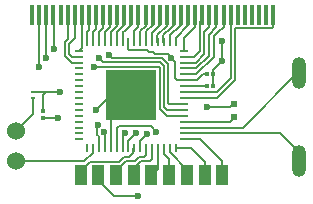
<source format=gtl>
G04 #@! TF.FileFunction,Copper,L1,Top,Signal*
%FSLAX46Y46*%
G04 Gerber Fmt 4.6, Leading zero omitted, Abs format (unit mm)*
G04 Created by KiCad (PCBNEW 4.0.5+dfsg1-4) date Wed Sep  6 13:50:53 2017*
%MOMM*%
%LPD*%
G01*
G04 APERTURE LIST*
%ADD10C,0.100000*%
%ADD11O,0.800000X0.250000*%
%ADD12O,0.250000X0.800000*%
%ADD13R,4.250000X4.250000*%
%ADD14R,0.985000X1.750000*%
%ADD15R,0.310000X1.750000*%
%ADD16R,0.300000X0.350000*%
%ADD17R,0.350000X0.300000*%
%ADD18R,0.430000X0.280000*%
%ADD19R,0.500000X0.600000*%
%ADD20O,1.200000X2.700000*%
%ADD21C,1.524000*%
%ADD22C,0.600000*%
%ADD23C,0.177800*%
G04 APERTURE END LIST*
D10*
D11*
X112075000Y-80750000D03*
X112075000Y-80250000D03*
X112075000Y-79750000D03*
X112075000Y-79250000D03*
X112075000Y-78750000D03*
X112075000Y-78250000D03*
X112075000Y-77750000D03*
X112075000Y-77250000D03*
X112075000Y-76750000D03*
X112075000Y-76250000D03*
X112075000Y-75750000D03*
X112075000Y-75250000D03*
X112075000Y-74750000D03*
X112075000Y-74250000D03*
X112075000Y-73750000D03*
X112075000Y-73250000D03*
D12*
X111350000Y-72525000D03*
X110850000Y-72525000D03*
X110350000Y-72525000D03*
X109850000Y-72525000D03*
X109350000Y-72525000D03*
X108850000Y-72525000D03*
X108350000Y-72525000D03*
X107850000Y-72525000D03*
X107350000Y-72525000D03*
X106850000Y-72525000D03*
X106350000Y-72525000D03*
X105850000Y-72525000D03*
X105350000Y-72525000D03*
X104850000Y-72525000D03*
X104350000Y-72525000D03*
X103850000Y-72525000D03*
D11*
X103125000Y-73250000D03*
X103125000Y-73750000D03*
X103125000Y-74250000D03*
X103125000Y-74750000D03*
X103125000Y-75250000D03*
X103125000Y-75750000D03*
X103125000Y-76250000D03*
X103125000Y-76750000D03*
X103125000Y-77250000D03*
X103125000Y-77750000D03*
X103125000Y-78250000D03*
X103125000Y-78750000D03*
X103125000Y-79250000D03*
X103125000Y-79750000D03*
X103125000Y-80250000D03*
X103125000Y-80750000D03*
D12*
X103850000Y-81475000D03*
X104350000Y-81475000D03*
X104850000Y-81475000D03*
X105350000Y-81475000D03*
X105850000Y-81475000D03*
X106350000Y-81475000D03*
X106850000Y-81475000D03*
X107350000Y-81475000D03*
X107850000Y-81475000D03*
X108350000Y-81475000D03*
X108850000Y-81475000D03*
X109350000Y-81475000D03*
X109850000Y-81475000D03*
X110350000Y-81475000D03*
X110850000Y-81475000D03*
X111350000Y-81475000D03*
D13*
X107600000Y-77000000D03*
D14*
X103300000Y-83800000D03*
X104800000Y-83800000D03*
X106300000Y-83800000D03*
X107800000Y-83800000D03*
X109300000Y-83800000D03*
X110800000Y-83800000D03*
X112300000Y-83800000D03*
X113800000Y-83800000D03*
X115300000Y-83800000D03*
D15*
X99200000Y-70200000D03*
X99800000Y-70200000D03*
X100400000Y-70200000D03*
X101000000Y-70200000D03*
X101600000Y-70200000D03*
X102200000Y-70200000D03*
X102800000Y-70200000D03*
X103400000Y-70200000D03*
X104000000Y-70200000D03*
X104600000Y-70200000D03*
X105200000Y-70200000D03*
X105800000Y-70200000D03*
X106400000Y-70200000D03*
X107000000Y-70200000D03*
X107600000Y-70200000D03*
X108200000Y-70200000D03*
X108800000Y-70200000D03*
X109400000Y-70200000D03*
X110000000Y-70200000D03*
X110600000Y-70200000D03*
X111200000Y-70200000D03*
X111800000Y-70200000D03*
X112400000Y-70200000D03*
X113000000Y-70200000D03*
X113600000Y-70200000D03*
X114200000Y-70200000D03*
X114800000Y-70200000D03*
X115400000Y-70200000D03*
X116000000Y-70200000D03*
X116600000Y-70200000D03*
X117200000Y-70200000D03*
X117800000Y-70200000D03*
X118400000Y-70200000D03*
X119000000Y-70200000D03*
X119600000Y-70200000D03*
D16*
X113973000Y-75224000D03*
X114533000Y-75224000D03*
D17*
X100156000Y-78347000D03*
X100156000Y-78907000D03*
D18*
X99292400Y-76716600D03*
X99292400Y-77236600D03*
D16*
X113973000Y-76240000D03*
X114533000Y-76240000D03*
D19*
X116285000Y-78822000D03*
X116285000Y-77722000D03*
D20*
X121800000Y-82600000D03*
X121800000Y-75100000D03*
D21*
X97870000Y-82590000D03*
X97870000Y-80050000D03*
D22*
X108157000Y-85511000D03*
X108943200Y-80304000D03*
X104601000Y-78272000D03*
X101426000Y-78907000D03*
X113999000Y-78018000D03*
X115269000Y-74135200D03*
X115269000Y-72430000D03*
X107600000Y-77000000D03*
X101553000Y-76748000D03*
X105283300Y-80100800D03*
X108030000Y-80214285D03*
X110957657Y-73820343D03*
X109695513Y-80106514D03*
X107072454Y-80214286D03*
X104753400Y-79516600D03*
X99775000Y-74589000D03*
X104474000Y-74589000D03*
X100410000Y-73827000D03*
X104855000Y-73827000D03*
X101045000Y-73065000D03*
X105739834Y-73641300D03*
D23*
X102200000Y-70200000D02*
X102200000Y-72296092D01*
X102200000Y-72296092D02*
X101959390Y-72536702D01*
X101959390Y-72536702D02*
X101959390Y-73665098D01*
X101959390Y-73665098D02*
X102544292Y-74250000D01*
X102544292Y-74250000D02*
X103125000Y-74250000D01*
X102315000Y-72684000D02*
X102315000Y-73517800D01*
X102315000Y-73517800D02*
X102547200Y-73750000D01*
X102547200Y-73750000D02*
X103125000Y-73750000D01*
X102800000Y-72199000D02*
X102315000Y-72684000D01*
X102800000Y-70200000D02*
X102800000Y-72199000D01*
X103400000Y-70200000D02*
X103400000Y-72975000D01*
X103400000Y-72975000D02*
X103125000Y-73250000D01*
X104000000Y-70200000D02*
X104000000Y-71507000D01*
X103850000Y-71657000D02*
X103850000Y-72525000D01*
X104000000Y-71507000D02*
X103850000Y-71657000D01*
X104600000Y-70200000D02*
X104600000Y-71415000D01*
X104350000Y-71665000D02*
X104350000Y-72525000D01*
X104600000Y-71415000D02*
X104350000Y-71665000D01*
X105200000Y-70200000D02*
X105200000Y-71317898D01*
X104850000Y-71667898D02*
X104850000Y-72525000D01*
X105200000Y-71317898D02*
X104850000Y-71667898D01*
X105800000Y-70200000D02*
X105800000Y-71220796D01*
X105350000Y-71670796D02*
X105350000Y-72525000D01*
X105800000Y-71220796D02*
X105350000Y-71670796D01*
X106400000Y-70200000D02*
X106400000Y-71123694D01*
X105850000Y-71673694D02*
X105850000Y-72525000D01*
X106400000Y-71123694D02*
X105850000Y-71673694D01*
X107000000Y-70200000D02*
X107000000Y-71026592D01*
X107000000Y-71026592D02*
X106350000Y-71676592D01*
X106350000Y-71676592D02*
X106350000Y-72525000D01*
X107600000Y-70200000D02*
X107600000Y-71082000D01*
X106850000Y-71679490D02*
X106850000Y-72525000D01*
X106937745Y-71591745D02*
X106850000Y-71679490D01*
X107090255Y-71591745D02*
X106937745Y-71591745D01*
X107600000Y-71082000D02*
X107090255Y-71591745D01*
X108200000Y-70200000D02*
X108200000Y-71244000D01*
X107850000Y-71594000D02*
X107850000Y-72525000D01*
X108200000Y-71244000D02*
X107850000Y-71594000D01*
X108800000Y-70200000D02*
X108800000Y-71152000D01*
X108350000Y-71602000D02*
X108350000Y-72525000D01*
X108800000Y-71152000D02*
X108350000Y-71602000D01*
X109400000Y-70200000D02*
X109400000Y-71060000D01*
X109400000Y-71060000D02*
X108850000Y-71610000D01*
X108850000Y-71610000D02*
X108850000Y-72525000D01*
X110000000Y-70200000D02*
X110000000Y-71095000D01*
X109350000Y-71745000D02*
X109350000Y-72525000D01*
X110000000Y-71095000D02*
X109350000Y-71745000D01*
X110600000Y-70200000D02*
X110600000Y-71130000D01*
X109808000Y-71922000D02*
X109808000Y-72483000D01*
X110600000Y-71130000D02*
X109808000Y-71922000D01*
X109808000Y-72483000D02*
X109850000Y-72525000D01*
X111200000Y-70200000D02*
X111200000Y-71032898D01*
X111200000Y-71032898D02*
X110951000Y-71281898D01*
X110951000Y-71281898D02*
X110313449Y-71919449D01*
X110313449Y-71919449D02*
X110313449Y-72488449D01*
X110313449Y-72488449D02*
X110350000Y-72525000D01*
X111800000Y-70200000D02*
X111800000Y-71073000D01*
X111800000Y-71073000D02*
X111400602Y-71472398D01*
X111400602Y-71472398D02*
X111273602Y-71472398D01*
X111273602Y-71472398D02*
X110850000Y-71896000D01*
X110850000Y-71896000D02*
X110850000Y-72525000D01*
X112400000Y-70200000D02*
X112400000Y-71108000D01*
X112400000Y-71108000D02*
X111350000Y-72158000D01*
X111350000Y-72158000D02*
X111350000Y-72525000D01*
X113000000Y-70200000D02*
X113000000Y-71252800D01*
X113000000Y-71252800D02*
X112075000Y-72177800D01*
X112075000Y-72177800D02*
X112075000Y-73250000D01*
X113421701Y-73261299D02*
X112933000Y-73750000D01*
X112933000Y-73750000D02*
X112075000Y-73750000D01*
X113600000Y-70200000D02*
X113600000Y-70670000D01*
X113600000Y-70670000D02*
X113421701Y-70848299D01*
X113421701Y-70848299D02*
X113421701Y-73261299D01*
X113777311Y-73540689D02*
X113068000Y-74250000D01*
X113068000Y-74250000D02*
X112075000Y-74250000D01*
X114200000Y-70200000D02*
X114200000Y-71252800D01*
X113777311Y-71675489D02*
X113777311Y-73540689D01*
X114200000Y-71252800D02*
X113777311Y-71675489D01*
X114800000Y-70200000D02*
X114800000Y-71248000D01*
X114800000Y-71248000D02*
X114132921Y-71915079D01*
X114132921Y-71915079D02*
X114132920Y-73687988D01*
X114132920Y-73687988D02*
X113070908Y-74750000D01*
X113070908Y-74750000D02*
X112075000Y-74750000D01*
X112075000Y-75250000D02*
X113073816Y-75250000D01*
X113073816Y-75250000D02*
X114558719Y-73765097D01*
X114558719Y-73765097D02*
X114558719Y-71992189D01*
X114558719Y-71992189D02*
X115155610Y-71395298D01*
X115155610Y-71395298D02*
X115257502Y-71395298D01*
X115257502Y-71395298D02*
X115400000Y-71252800D01*
X115400000Y-71252800D02*
X115400000Y-70200000D01*
X112075000Y-76750000D02*
X114828062Y-76750000D01*
X114828062Y-76750000D02*
X116000000Y-75578062D01*
X116000000Y-75578062D02*
X116000000Y-71252800D01*
X116000000Y-71252800D02*
X116000000Y-70200000D01*
X112075000Y-80250000D02*
X120200000Y-80250000D01*
X120200000Y-80250000D02*
X121800000Y-81850000D01*
X121800000Y-81850000D02*
X121800000Y-82600000D01*
X112075000Y-79750000D02*
X117030000Y-79750000D01*
X117030000Y-79750000D02*
X121720000Y-75060000D01*
X106980201Y-82234391D02*
X106556293Y-82658299D01*
X106556293Y-82658299D02*
X104059201Y-82658299D01*
X104059201Y-82658299D02*
X103300000Y-83417500D01*
X103300000Y-83417500D02*
X103300000Y-83800000D01*
X107850000Y-81475000D02*
X107804000Y-81475000D01*
X107804000Y-81475000D02*
X107741710Y-81537290D01*
X107741710Y-81537290D02*
X107741710Y-81912251D01*
X107741710Y-81912251D02*
X107419571Y-82234390D01*
X107419571Y-82234390D02*
X106980201Y-82234391D01*
X108157000Y-85511000D02*
X106128500Y-85511000D01*
X106128500Y-85511000D02*
X104800000Y-84182500D01*
X104800000Y-84182500D02*
X104800000Y-83800000D01*
X108350000Y-81475000D02*
X108350000Y-80897200D01*
X108350000Y-80897200D02*
X108943200Y-80304000D01*
X107908092Y-82590000D02*
X107127500Y-82590000D01*
X107127500Y-82590000D02*
X106300000Y-83417500D01*
X106300000Y-83417500D02*
X106300000Y-83800000D01*
X108263701Y-82234391D02*
X107908092Y-82590000D01*
X108850000Y-81475000D02*
X108850000Y-82052800D01*
X108850000Y-82052800D02*
X108668410Y-82234390D01*
X108668410Y-82234390D02*
X108263701Y-82234391D01*
X109350000Y-81475000D02*
X109350000Y-82413000D01*
X108411000Y-82590000D02*
X107800000Y-83201000D01*
X109173000Y-82590000D02*
X108411000Y-82590000D01*
X109350000Y-82413000D02*
X109173000Y-82590000D01*
X107800000Y-83201000D02*
X107800000Y-83800000D01*
X109850000Y-81475000D02*
X109850000Y-83250000D01*
X109850000Y-83250000D02*
X109300000Y-83800000D01*
X109350000Y-83750000D02*
X109300000Y-83800000D01*
X109300000Y-83800000D02*
X109300000Y-83098000D01*
X110800000Y-83800000D02*
X110800000Y-82439000D01*
X110350000Y-81989000D02*
X110350000Y-81475000D01*
X110800000Y-82439000D02*
X110350000Y-81989000D01*
X110850000Y-81475000D02*
X110850000Y-81854000D01*
X110850000Y-81854000D02*
X112300000Y-83304000D01*
X112300000Y-83304000D02*
X112300000Y-83800000D01*
X111350000Y-81475000D02*
X112630000Y-81475000D01*
X113800000Y-82645000D02*
X113800000Y-83800000D01*
X112630000Y-81475000D02*
X113800000Y-82645000D01*
X112075000Y-80750000D02*
X113429000Y-80750000D01*
X115300000Y-82621000D02*
X115300000Y-83800000D01*
X113429000Y-80750000D02*
X115300000Y-82621000D01*
X113999000Y-78018000D02*
X115989000Y-78018000D01*
X115989000Y-78018000D02*
X116285000Y-77722000D01*
X104601000Y-78272000D02*
X105873000Y-77000000D01*
X105873000Y-77000000D02*
X107600000Y-77000000D01*
X100156000Y-78907000D02*
X101426000Y-78907000D01*
X114533000Y-75224000D02*
X114533000Y-74871200D01*
X114533000Y-74871200D02*
X115269000Y-74135200D01*
X115269000Y-74135200D02*
X115269000Y-72854264D01*
X115269000Y-72854264D02*
X115269000Y-72430000D01*
X114533000Y-76240000D02*
X114533000Y-75224000D01*
X105850000Y-81475000D02*
X105850000Y-78750000D01*
X105850000Y-78750000D02*
X107600000Y-77000000D01*
X99292400Y-76716600D02*
X100410000Y-76716600D01*
X100410000Y-76716600D02*
X101521600Y-76716600D01*
X100156000Y-78347000D02*
X100156000Y-76970600D01*
X100156000Y-76970600D02*
X100410000Y-76716600D01*
X101521600Y-76716600D02*
X101553000Y-76748000D01*
X105350000Y-81475000D02*
X105350000Y-80167500D01*
X105350000Y-80167500D02*
X105283300Y-80100800D01*
X107350000Y-81475000D02*
X107350000Y-80894285D01*
X107350000Y-80894285D02*
X108030000Y-80214285D01*
X109066200Y-73319000D02*
X109427000Y-73319000D01*
X109427000Y-73319000D02*
X109604780Y-73496780D01*
X110657658Y-73520344D02*
X110957657Y-73820343D01*
X109604780Y-73496780D02*
X110634094Y-73496780D01*
X110634094Y-73496780D02*
X110657658Y-73520344D01*
X111332000Y-75584800D02*
X111332000Y-74194686D01*
X111332000Y-74194686D02*
X110957657Y-73820343D01*
X112983000Y-75750000D02*
X113076724Y-75750000D01*
X113119200Y-75750000D02*
X113645200Y-75224000D01*
X112075000Y-75750000D02*
X112983000Y-75750000D01*
X112983000Y-75750000D02*
X113119200Y-75750000D01*
X113645200Y-75224000D02*
X113973000Y-75224000D01*
X109066200Y-73319000D02*
X108938910Y-73191710D01*
X111497200Y-75750000D02*
X111332000Y-75584800D01*
X112075000Y-75750000D02*
X111497200Y-75750000D01*
X107438910Y-73191710D02*
X107350000Y-73102800D01*
X108938910Y-73191710D02*
X107438910Y-73191710D01*
X107350000Y-73102800D02*
X107350000Y-72525000D01*
X112093000Y-75732000D02*
X112075000Y-75750000D01*
X106416700Y-79796000D02*
X106565115Y-79647585D01*
X106565115Y-79647585D02*
X109236584Y-79647585D01*
X109236584Y-79647585D02*
X109695513Y-80106514D01*
X106350000Y-81475000D02*
X106350000Y-79862700D01*
X106350000Y-79862700D02*
X106416700Y-79796000D01*
X106850000Y-81475000D02*
X106850000Y-80436740D01*
X106850000Y-80436740D02*
X107072454Y-80214286D01*
X104350000Y-81475000D02*
X104350000Y-81864592D01*
X104350000Y-81864592D02*
X103624592Y-82590000D01*
X103624592Y-82590000D02*
X98947630Y-82590000D01*
X98947630Y-82590000D02*
X97870000Y-82590000D01*
X99292400Y-77236600D02*
X99292400Y-78627600D01*
X99292400Y-78627600D02*
X97870000Y-80050000D01*
X104850000Y-81475000D02*
X104850000Y-80506218D01*
X104850000Y-80506218D02*
X104716599Y-80372817D01*
X104716599Y-80372817D02*
X104716599Y-79553401D01*
X104716599Y-79553401D02*
X104753400Y-79516600D01*
X99775000Y-74589000D02*
X99775000Y-70225000D01*
X99775000Y-70225000D02*
X99800000Y-70200000D01*
X109991701Y-78161639D02*
X109991701Y-74661639D01*
X109991701Y-74661639D02*
X109919062Y-74589000D01*
X109919062Y-74589000D02*
X104474000Y-74589000D01*
X112075000Y-78750000D02*
X110580062Y-78750000D01*
X110580062Y-78750000D02*
X109991701Y-78161639D01*
X100410000Y-73827000D02*
X100410000Y-70210000D01*
X100410000Y-70210000D02*
X100400000Y-70200000D01*
X110040970Y-74208000D02*
X105236000Y-74208000D01*
X105236000Y-74208000D02*
X104855000Y-73827000D01*
X110347311Y-74514341D02*
X110040970Y-74208000D01*
X110582970Y-78250000D02*
X110347311Y-78014341D01*
X110347311Y-78014341D02*
X110347311Y-74514341D01*
X112075000Y-78250000D02*
X110582970Y-78250000D01*
X101045000Y-73065000D02*
X101045000Y-70245000D01*
X101045000Y-70245000D02*
X101000000Y-70200000D01*
X110188268Y-73852390D02*
X105950924Y-73852390D01*
X105950924Y-73852390D02*
X105739834Y-73641300D01*
X110815921Y-77750000D02*
X110702921Y-77637000D01*
X110702921Y-77637000D02*
X110702920Y-74367042D01*
X110702920Y-74367042D02*
X110188268Y-73852390D01*
X112075000Y-77750000D02*
X110815921Y-77750000D01*
X112075000Y-76250000D02*
X113963000Y-76250000D01*
X113963000Y-76250000D02*
X113973000Y-76240000D01*
X112075000Y-77250000D02*
X114830970Y-77250000D01*
X116357299Y-71341701D02*
X119511099Y-71341701D01*
X114830970Y-77250000D02*
X116355610Y-75725360D01*
X116355610Y-75725360D02*
X116355610Y-71343390D01*
X116355610Y-71343390D02*
X116357299Y-71341701D01*
X119511099Y-71341701D02*
X119600000Y-71252800D01*
X119600000Y-71252800D02*
X119600000Y-70200000D01*
X112075000Y-79250000D02*
X115942000Y-79250000D01*
X115942000Y-79250000D02*
X116285000Y-78907000D01*
X116285000Y-78907000D02*
X116285000Y-78822000D01*
M02*

</source>
